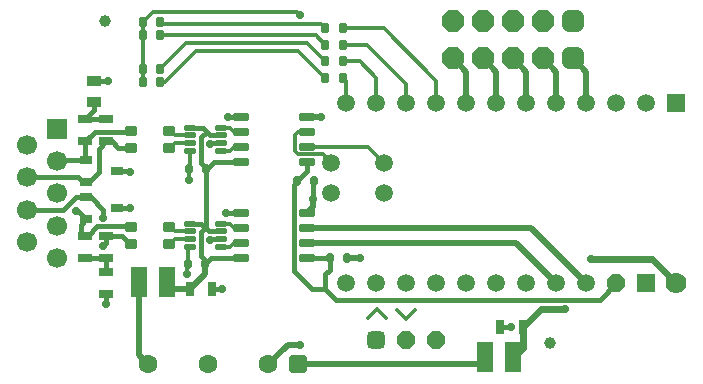
<source format=gtl>
G04*
G04 #@! TF.GenerationSoftware,Altium Limited,Altium Designer,21.6.4 (81)*
G04*
G04 Layer_Physical_Order=1*
G04 Layer_Color=255*
%FSLAX25Y25*%
%MOIN*%
G70*
G04*
G04 #@! TF.SameCoordinates,EBD959BA-066A-46C4-B09C-61E3D241C065*
G04*
G04*
G04 #@! TF.FilePolarity,Positive*
G04*
G01*
G75*
G04:AMPARAMS|DCode=10|XSize=43.31mil|YSize=31.5mil|CornerRadius=4.72mil|HoleSize=0mil|Usage=FLASHONLY|Rotation=0.000|XOffset=0mil|YOffset=0mil|HoleType=Round|Shape=RoundedRectangle|*
%AMROUNDEDRECTD10*
21,1,0.04331,0.02205,0,0,0.0*
21,1,0.03386,0.03150,0,0,0.0*
1,1,0.00945,0.01693,-0.01102*
1,1,0.00945,-0.01693,-0.01102*
1,1,0.00945,-0.01693,0.01102*
1,1,0.00945,0.01693,0.01102*
%
%ADD10ROUNDEDRECTD10*%
%ADD11R,0.00787X0.00787*%
%ADD12C,0.03937*%
G04:AMPARAMS|DCode=13|XSize=33.47mil|YSize=23.62mil|CornerRadius=2.36mil|HoleSize=0mil|Usage=FLASHONLY|Rotation=90.000|XOffset=0mil|YOffset=0mil|HoleType=Round|Shape=RoundedRectangle|*
%AMROUNDEDRECTD13*
21,1,0.03347,0.01890,0,0,90.0*
21,1,0.02874,0.02362,0,0,90.0*
1,1,0.00472,0.00945,0.01437*
1,1,0.00472,0.00945,-0.01437*
1,1,0.00472,-0.00945,-0.01437*
1,1,0.00472,-0.00945,0.01437*
%
%ADD13ROUNDEDRECTD13*%
G04:AMPARAMS|DCode=14|XSize=31.5mil|YSize=25.59mil|CornerRadius=6.4mil|HoleSize=0mil|Usage=FLASHONLY|Rotation=90.000|XOffset=0mil|YOffset=0mil|HoleType=Round|Shape=RoundedRectangle|*
%AMROUNDEDRECTD14*
21,1,0.03150,0.01280,0,0,90.0*
21,1,0.01870,0.02559,0,0,90.0*
1,1,0.01280,0.00640,0.00935*
1,1,0.01280,0.00640,-0.00935*
1,1,0.01280,-0.00640,-0.00935*
1,1,0.01280,-0.00640,0.00935*
%
%ADD14ROUNDEDRECTD14*%
G04:AMPARAMS|DCode=15|XSize=49.21mil|YSize=27.56mil|CornerRadius=2.76mil|HoleSize=0mil|Usage=FLASHONLY|Rotation=180.000|XOffset=0mil|YOffset=0mil|HoleType=Round|Shape=RoundedRectangle|*
%AMROUNDEDRECTD15*
21,1,0.04921,0.02205,0,0,180.0*
21,1,0.04370,0.02756,0,0,180.0*
1,1,0.00551,-0.02185,0.01102*
1,1,0.00551,0.02185,0.01102*
1,1,0.00551,0.02185,-0.01102*
1,1,0.00551,-0.02185,-0.01102*
%
%ADD15ROUNDEDRECTD15*%
G04:AMPARAMS|DCode=16|XSize=17.32mil|YSize=39.37mil|CornerRadius=2.6mil|HoleSize=0mil|Usage=FLASHONLY|Rotation=270.000|XOffset=0mil|YOffset=0mil|HoleType=Round|Shape=RoundedRectangle|*
%AMROUNDEDRECTD16*
21,1,0.01732,0.03417,0,0,270.0*
21,1,0.01213,0.03937,0,0,270.0*
1,1,0.00520,-0.01709,-0.00606*
1,1,0.00520,-0.01709,0.00606*
1,1,0.00520,0.01709,0.00606*
1,1,0.00520,0.01709,-0.00606*
%
%ADD16ROUNDEDRECTD16*%
G04:AMPARAMS|DCode=17|XSize=23.62mil|YSize=51.18mil|CornerRadius=2.36mil|HoleSize=0mil|Usage=FLASHONLY|Rotation=270.000|XOffset=0mil|YOffset=0mil|HoleType=Round|Shape=RoundedRectangle|*
%AMROUNDEDRECTD17*
21,1,0.02362,0.04646,0,0,270.0*
21,1,0.01890,0.05118,0,0,270.0*
1,1,0.00472,-0.02323,-0.00945*
1,1,0.00472,-0.02323,0.00945*
1,1,0.00472,0.02323,0.00945*
1,1,0.00472,0.02323,-0.00945*
%
%ADD17ROUNDEDRECTD17*%
G04:AMPARAMS|DCode=18|XSize=49.21mil|YSize=27.56mil|CornerRadius=2.76mil|HoleSize=0mil|Usage=FLASHONLY|Rotation=90.000|XOffset=0mil|YOffset=0mil|HoleType=Round|Shape=RoundedRectangle|*
%AMROUNDEDRECTD18*
21,1,0.04921,0.02205,0,0,90.0*
21,1,0.04370,0.02756,0,0,90.0*
1,1,0.00551,0.01102,0.02185*
1,1,0.00551,0.01102,-0.02185*
1,1,0.00551,-0.01102,-0.02185*
1,1,0.00551,-0.01102,0.02185*
%
%ADD18ROUNDEDRECTD18*%
G04:AMPARAMS|DCode=19|XSize=23.62mil|YSize=43.31mil|CornerRadius=2.36mil|HoleSize=0mil|Usage=FLASHONLY|Rotation=90.000|XOffset=0mil|YOffset=0mil|HoleType=Round|Shape=RoundedRectangle|*
%AMROUNDEDRECTD19*
21,1,0.02362,0.03858,0,0,90.0*
21,1,0.01890,0.04331,0,0,90.0*
1,1,0.00472,0.01929,0.00945*
1,1,0.00472,0.01929,-0.00945*
1,1,0.00472,-0.01929,-0.00945*
1,1,0.00472,-0.01929,0.00945*
%
%ADD19ROUNDEDRECTD19*%
G04:AMPARAMS|DCode=20|XSize=55.12mil|YSize=102.36mil|CornerRadius=8.27mil|HoleSize=0mil|Usage=FLASHONLY|Rotation=180.000|XOffset=0mil|YOffset=0mil|HoleType=Round|Shape=RoundedRectangle|*
%AMROUNDEDRECTD20*
21,1,0.05512,0.08583,0,0,180.0*
21,1,0.03858,0.10236,0,0,180.0*
1,1,0.01654,-0.01929,0.04291*
1,1,0.01654,0.01929,0.04291*
1,1,0.01654,0.01929,-0.04291*
1,1,0.01654,-0.01929,-0.04291*
%
%ADD20ROUNDEDRECTD20*%
G04:AMPARAMS|DCode=21|XSize=49.21mil|YSize=31.5mil|CornerRadius=3.15mil|HoleSize=0mil|Usage=FLASHONLY|Rotation=0.000|XOffset=0mil|YOffset=0mil|HoleType=Round|Shape=RoundedRectangle|*
%AMROUNDEDRECTD21*
21,1,0.04921,0.02520,0,0,0.0*
21,1,0.04291,0.03150,0,0,0.0*
1,1,0.00630,0.02146,-0.01260*
1,1,0.00630,-0.02146,-0.01260*
1,1,0.00630,-0.02146,0.01260*
1,1,0.00630,0.02146,0.01260*
%
%ADD21ROUNDEDRECTD21*%
%ADD49C,0.01575*%
%ADD50C,0.01968*%
%ADD51C,0.01200*%
%ADD52C,0.01181*%
%ADD53C,0.02362*%
%ADD54C,0.01378*%
%ADD55C,0.06299*%
G04:AMPARAMS|DCode=56|XSize=62.99mil|YSize=62.99mil|CornerRadius=15.75mil|HoleSize=0mil|Usage=FLASHONLY|Rotation=0.000|XOffset=0mil|YOffset=0mil|HoleType=Round|Shape=RoundedRectangle|*
%AMROUNDEDRECTD56*
21,1,0.06299,0.03150,0,0,0.0*
21,1,0.03150,0.06299,0,0,0.0*
1,1,0.03150,0.01575,-0.01575*
1,1,0.03150,-0.01575,-0.01575*
1,1,0.03150,-0.01575,0.01575*
1,1,0.03150,0.01575,0.01575*
%
%ADD56ROUNDEDRECTD56*%
%ADD57P,0.07671X8X202.5*%
G04:AMPARAMS|DCode=58|XSize=70.87mil|YSize=70.87mil|CornerRadius=17.72mil|HoleSize=0mil|Usage=FLASHONLY|Rotation=180.000|XOffset=0mil|YOffset=0mil|HoleType=Round|Shape=RoundedRectangle|*
%AMROUNDEDRECTD58*
21,1,0.07087,0.03543,0,0,180.0*
21,1,0.03543,0.07087,0,0,180.0*
1,1,0.03543,-0.01772,0.01772*
1,1,0.03543,0.01772,0.01772*
1,1,0.03543,0.01772,-0.01772*
1,1,0.03543,-0.01772,-0.01772*
%
%ADD58ROUNDEDRECTD58*%
%ADD59C,0.05937*%
%ADD60P,0.06426X8X292.5*%
%ADD61C,0.07000*%
%ADD62R,0.05937X0.05937*%
G04:AMPARAMS|DCode=63|XSize=59.06mil|YSize=59.06mil|CornerRadius=14.76mil|HoleSize=0mil|Usage=FLASHONLY|Rotation=0.000|XOffset=0mil|YOffset=0mil|HoleType=Round|Shape=RoundedRectangle|*
%AMROUNDEDRECTD63*
21,1,0.05906,0.02953,0,0,0.0*
21,1,0.02953,0.05906,0,0,0.0*
1,1,0.02953,0.01476,-0.01476*
1,1,0.02953,-0.01476,-0.01476*
1,1,0.02953,-0.01476,0.01476*
1,1,0.02953,0.01476,0.01476*
%
%ADD63ROUNDEDRECTD63*%
%ADD64P,0.06392X8X22.5*%
%ADD65R,0.06693X0.06693*%
%ADD66C,0.06693*%
%ADD67C,0.02756*%
D10*
X52201Y80244D02*
D03*
X64799D02*
D03*
Y85756D02*
D03*
X52201D02*
D03*
Y48244D02*
D03*
X64799D02*
D03*
Y53756D02*
D03*
X52201D02*
D03*
D11*
X43500Y122500D02*
D03*
X192000Y15000D02*
D03*
D12*
X43500Y122500D02*
D03*
X192000Y15000D02*
D03*
D13*
X62008Y101969D02*
D03*
X56102D02*
D03*
X62008Y106299D02*
D03*
X56102D02*
D03*
X62008Y117717D02*
D03*
X56102D02*
D03*
X62008Y122047D02*
D03*
X56102D02*
D03*
X122953Y103500D02*
D03*
X117047D02*
D03*
X122953Y109000D02*
D03*
X117047D02*
D03*
X122953Y114500D02*
D03*
X117047D02*
D03*
X122953Y120000D02*
D03*
X117047D02*
D03*
D14*
X76854Y41500D02*
D03*
X71146D02*
D03*
X118646Y43500D02*
D03*
X124354D02*
D03*
X77354Y73000D02*
D03*
X71646D02*
D03*
X107646Y69000D02*
D03*
X113354D02*
D03*
D15*
X37000Y43260D02*
D03*
Y50740D02*
D03*
X44000Y43260D02*
D03*
Y50740D02*
D03*
Y38740D02*
D03*
Y31260D02*
D03*
X37000Y89740D02*
D03*
Y82260D02*
D03*
X44000Y89740D02*
D03*
Y82260D02*
D03*
D16*
X82118Y79161D02*
D03*
Y81721D02*
D03*
Y84280D02*
D03*
X71882D02*
D03*
Y81721D02*
D03*
Y79161D02*
D03*
X82118Y86839D02*
D03*
X71882D02*
D03*
Y54839D02*
D03*
X82118D02*
D03*
X71882Y47161D02*
D03*
Y49720D02*
D03*
Y52280D02*
D03*
X82118D02*
D03*
Y49720D02*
D03*
Y47161D02*
D03*
D17*
X111024Y75500D02*
D03*
Y80500D02*
D03*
Y85500D02*
D03*
Y90500D02*
D03*
X88976Y75500D02*
D03*
Y80500D02*
D03*
Y85500D02*
D03*
Y90500D02*
D03*
X111024Y43500D02*
D03*
Y48500D02*
D03*
Y53500D02*
D03*
Y58500D02*
D03*
X88976Y43500D02*
D03*
Y48500D02*
D03*
Y53500D02*
D03*
Y58500D02*
D03*
D18*
X182740Y20500D02*
D03*
X175260D02*
D03*
X71760Y33000D02*
D03*
X79240D02*
D03*
D19*
X37382Y76240D02*
D03*
Y68760D02*
D03*
X47618Y72500D02*
D03*
X37382Y63740D02*
D03*
Y56260D02*
D03*
X47618Y60000D02*
D03*
D20*
X179724Y10500D02*
D03*
X170276D02*
D03*
X54776Y35500D02*
D03*
X64224D02*
D03*
D21*
X40000Y102543D02*
D03*
Y95457D02*
D03*
D49*
X37000Y89740D02*
X40000Y92740D01*
Y95457D01*
X40043Y102500D02*
X44500D01*
X40000Y102543D02*
X40043Y102500D01*
X106500Y39000D02*
X112500Y33000D01*
X106500Y67854D02*
X107646Y69000D01*
X106500Y39000D02*
Y67854D01*
X175260Y20500D02*
X179000D01*
X111024Y43500D02*
X118646D01*
X112500Y33000D02*
X117000D01*
X118500Y43354D02*
X118646Y43500D01*
X118500Y39500D02*
Y43354D01*
X117000Y38000D02*
X118500Y39500D01*
X117000Y33000D02*
Y38000D01*
Y33000D02*
X120500Y29500D01*
X208500D01*
X214000Y35000D01*
X79240Y33000D02*
X82500D01*
X113000Y63000D02*
Y68646D01*
X113354Y69000D01*
X107646D02*
X111024Y72378D01*
Y75500D01*
X76854Y41500D02*
Y42646D01*
X75500Y44000D02*
Y52118D01*
Y44000D02*
X76854Y42646D01*
X75500Y75000D02*
X77500Y73000D01*
X76854Y41500D02*
X78854Y43500D01*
X76941Y53559D02*
X77354Y53972D01*
Y73000D01*
X75500Y75000D02*
Y83618D01*
X77500Y73000D02*
X80000Y75500D01*
X44000Y82260D02*
X45740D01*
X48000Y80000D02*
X51957D01*
X45740Y82260D02*
X48000Y80000D01*
X41500Y72000D02*
Y79760D01*
X44000Y82260D01*
X37382Y68760D02*
X38260D01*
X41500Y72000D01*
X34646Y70354D02*
X36240Y68760D01*
X17500Y70354D02*
X34646D01*
X36240Y68760D02*
X37382D01*
X34642Y59000D02*
X37382Y56260D01*
X34000Y59000D02*
X34642D01*
X37000Y50740D02*
X37740D01*
X41000Y54000D02*
X51756D01*
X37740Y50740D02*
X41000Y54000D01*
X35500Y54378D02*
X37382Y56260D01*
X35500Y52240D02*
Y54378D01*
Y52240D02*
X37000Y50740D01*
X43000Y56765D02*
Y59500D01*
X38760Y63740D02*
X43000Y59500D01*
X37382Y63740D02*
X38760D01*
X33740D02*
X37382D01*
X29567Y59567D02*
X33740Y63740D01*
X17500Y59567D02*
X29567D01*
X52000Y53756D02*
X52201D01*
X51756Y54000D02*
X52000Y53756D01*
X44000Y50740D02*
X49260D01*
X51756Y48244D02*
X52201D01*
X49260Y50740D02*
X51756Y48244D01*
X51957Y80000D02*
X52201Y80244D01*
X37000Y82260D02*
X40240Y85500D01*
X51945D02*
X52201Y85756D01*
X40240Y85500D02*
X51945D01*
X37000Y76622D02*
X37382Y76240D01*
X37000Y76622D02*
Y82260D01*
X27992Y76240D02*
X37382D01*
X27500Y75748D02*
X27992Y76240D01*
X44000Y28000D02*
Y31260D01*
Y38740D02*
Y43260D01*
X84000Y58500D02*
X88976D01*
X78854Y43500D02*
X88976D01*
X76941Y53559D02*
X78220Y52280D01*
X75661Y54839D02*
X76941Y53559D01*
X75500Y52118D02*
X76941Y53559D01*
X78500Y49500D02*
X78720Y49720D01*
X82118D01*
X71882Y54839D02*
X75661D01*
X78220Y52280D02*
X82118D01*
X80000Y75500D02*
X88976D01*
X77441Y85559D02*
X78720Y84280D01*
X76161Y86839D02*
X77441Y85559D01*
X75500Y83618D02*
X77441Y85559D01*
X71882Y86839D02*
X76161D01*
X78720Y84280D02*
X82118D01*
X78500Y81500D02*
X78720Y81721D01*
X82118D01*
X84500Y90500D02*
X88976D01*
X43000Y47500D02*
X44000Y48500D01*
Y50740D01*
X51500Y72500D02*
X52000Y72000D01*
X47618Y72500D02*
X51500D01*
X47618Y60000D02*
X52000D01*
X37000Y43260D02*
X44000D01*
X37000Y89740D02*
X44000D01*
D50*
X159500Y110000D02*
X164000Y105500D01*
Y95000D02*
Y105500D01*
X169500Y110000D02*
X174000Y105500D01*
Y95000D02*
Y105500D01*
X179500Y110000D02*
X184000Y105500D01*
Y95000D02*
Y105500D01*
X189500Y110000D02*
X194000Y105500D01*
Y95000D02*
Y105500D01*
X199500Y110000D02*
X204000Y105500D01*
Y95000D02*
Y105500D01*
X167776Y8000D02*
X170276Y10500D01*
X111024Y90500D02*
X115500D01*
X124354Y43500D02*
X128500D01*
X180500Y48500D02*
X194000Y35000D01*
X111024Y48500D02*
X180500D01*
X185500Y53500D02*
X204000Y35000D01*
X111024Y53500D02*
X185500D01*
X55000Y11000D02*
X58000Y8000D01*
X55000Y11000D02*
Y35276D01*
X54776Y35500D02*
X55000Y35276D01*
X76854Y38094D02*
Y41500D01*
X71760Y33000D02*
X76854Y38094D01*
X64224Y35500D02*
X66724Y33000D01*
X71760D01*
X104500Y14500D02*
X108500D01*
X98000Y8000D02*
X104500Y14500D01*
X108000Y8000D02*
X167776D01*
X113000Y60476D02*
Y63000D01*
X111024Y58500D02*
X113000Y60476D01*
D51*
X116250Y78000D02*
X119000Y75250D01*
X108000Y78000D02*
X116250D01*
X107000Y79000D02*
X108000Y78000D01*
X107000Y79000D02*
Y84500D01*
X108000Y85500D01*
X111024D01*
D52*
X131250Y80500D02*
X136500Y75250D01*
X111024Y80500D02*
X131250D01*
X122953Y120000D02*
X136500D01*
X154000Y102500D01*
Y95000D02*
Y102500D01*
X122953Y109000D02*
X128500D01*
X134000Y103500D01*
Y95000D02*
Y103500D01*
X122953Y114500D02*
X131000D01*
X144000Y101500D01*
Y95000D02*
Y101500D01*
X124000Y95000D02*
Y102453D01*
X122953Y103500D02*
X124000Y102453D01*
X70709Y115000D02*
X111047D01*
X62008Y106299D02*
X70709Y115000D01*
X111047D02*
X117047Y109000D01*
X74000Y112500D02*
X108047D01*
X117047Y103500D01*
X63468Y101969D02*
X74000Y112500D01*
X82118Y79161D02*
X85161D01*
X86500Y80500D02*
X88976D01*
X85161Y79161D02*
X86500Y80500D01*
Y48500D02*
X88976D01*
X85161Y47161D02*
X86500Y48500D01*
X82118Y47161D02*
X85161D01*
X82118Y54839D02*
X85162D01*
X86500Y53500D02*
X88976D01*
X85162Y54839D02*
X86500Y53500D01*
X71000Y38000D02*
Y41354D01*
X56102Y117717D02*
Y122047D01*
Y101969D02*
Y106299D01*
Y117717D01*
X62008Y101969D02*
X63468D01*
X113831Y117717D02*
X117047Y114500D01*
X62008Y117717D02*
X113831D01*
X115547Y121500D02*
X117047Y120000D01*
X62555Y121500D02*
X115547D01*
X62008Y122047D02*
X62555Y121500D01*
X107606Y125394D02*
X108500Y124500D01*
X59449Y125394D02*
X107606D01*
X56102Y122047D02*
X59449Y125394D01*
X71146Y41500D02*
Y46425D01*
X71882Y47161D01*
X71000Y41354D02*
X71146Y41500D01*
X71500Y69500D02*
X71646Y69646D01*
Y73000D01*
X71882Y73236D01*
Y79161D01*
X65299Y80244D02*
X66776Y81721D01*
X71882D01*
X65299Y85756D02*
X66776Y84280D01*
X71882D01*
X65299Y48244D02*
X66776Y49720D01*
X71882D01*
X65299Y53756D02*
X66776Y52280D01*
X71882D01*
X86500Y85500D02*
X88976D01*
X85161Y86839D02*
X86500Y85500D01*
X82118Y86839D02*
X85161D01*
D53*
X179724Y10500D02*
X182740Y13516D01*
Y20500D01*
X188740Y26500D01*
X197000D01*
X205500Y43000D02*
X226000D01*
X234000Y35000D01*
D54*
X140878Y26122D02*
X143877Y23123D01*
X146876Y26122D01*
X137122Y23378D02*
X134123Y26377D01*
X131124Y23378D01*
D55*
X98000Y8000D02*
D03*
X58000D02*
D03*
X78000D02*
D03*
D56*
X108000Y8000D02*
D03*
D57*
X159500Y110000D02*
D03*
X169500D02*
D03*
X179500D02*
D03*
X189500D02*
D03*
X159500Y122500D02*
D03*
X169500D02*
D03*
X179500D02*
D03*
X189500D02*
D03*
D58*
X199500Y110000D02*
D03*
Y122500D02*
D03*
D59*
X136500Y75250D02*
D03*
Y65000D02*
D03*
X119000Y75250D02*
D03*
Y65000D02*
D03*
X204000Y35000D02*
D03*
X194000D02*
D03*
X184000D02*
D03*
X174000D02*
D03*
X164000D02*
D03*
X154000D02*
D03*
X144000D02*
D03*
X134000D02*
D03*
X124000D02*
D03*
Y95000D02*
D03*
X134000D02*
D03*
X144000D02*
D03*
X154000D02*
D03*
X164000D02*
D03*
X174000D02*
D03*
X184000D02*
D03*
X194000D02*
D03*
X204000D02*
D03*
X214000D02*
D03*
X224000D02*
D03*
D60*
X214000Y35000D02*
D03*
D61*
X234000D02*
D03*
D62*
X224000D02*
D03*
X234000Y95000D02*
D03*
D63*
X134000Y16000D02*
D03*
D64*
X144000D02*
D03*
X154000D02*
D03*
D65*
X27500Y86535D02*
D03*
D66*
Y75748D02*
D03*
Y64961D02*
D03*
Y54173D02*
D03*
Y43386D02*
D03*
X17500Y81142D02*
D03*
Y70354D02*
D03*
Y59567D02*
D03*
Y48779D02*
D03*
D67*
X205500Y43000D02*
D03*
X197000Y26500D02*
D03*
X179000Y20500D02*
D03*
X71000Y38000D02*
D03*
X108500Y124500D02*
D03*
X115500Y90500D02*
D03*
X108500Y14500D02*
D03*
X34000Y59000D02*
D03*
X43000Y56765D02*
D03*
X84000Y58500D02*
D03*
X82500Y33000D02*
D03*
X78500Y49500D02*
D03*
Y81500D02*
D03*
X71500Y69500D02*
D03*
X84500Y90500D02*
D03*
X43000Y47500D02*
D03*
X44000Y28000D02*
D03*
X52000Y60000D02*
D03*
Y72000D02*
D03*
X128500Y43500D02*
D03*
X44500Y102500D02*
D03*
X113000Y63000D02*
D03*
M02*

</source>
